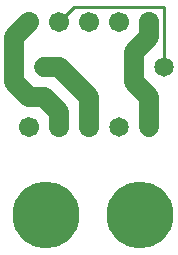
<source format=gtl>
%MOIN*%
%FSLAX25Y25*%
G04 D10 used for Character Trace; *
G04     Circle (OD=.01000) (No hole)*
G04 D11 used for Power Trace; *
G04     Circle (OD=.06500) (No hole)*
G04 D12 used for Signal Trace; *
G04     Circle (OD=.01100) (No hole)*
G04 D13 used for Via; *
G04     Circle (OD=.05800) (Round. Hole ID=.02800)*
G04 D14 used for Component hole; *
G04     Circle (OD=.06500) (Round. Hole ID=.03500)*
G04 D15 used for Component hole; *
G04     Circle (OD=.06700) (Round. Hole ID=.04300)*
G04 D16 used for Component hole; *
G04     Circle (OD=.08100) (Round. Hole ID=.05100)*
G04 D17 used for Component hole; *
G04     Circle (OD=.08900) (Round. Hole ID=.05900)*
G04 D18 used for Component hole; *
G04     Circle (OD=.11300) (Round. Hole ID=.08300)*
G04 D19 used for Component hole; *
G04     Circle (OD=.16000) (Round. Hole ID=.13000)*
G04 D20 used for Component hole; *
G04     Circle (OD=.18300) (Round. Hole ID=.15300)*
G04 D21 used for Component hole; *
G04     Circle (OD=.22291) (Round. Hole ID=.19291)*
%ADD10C,.01000*%
%ADD11C,.06500*%
%ADD12C,.01100*%
%ADD13C,.05800*%
%ADD14C,.06500*%
%ADD15C,.06700*%
%ADD16C,.08100*%
%ADD17C,.08900*%
%ADD18C,.11300*%
%ADD19C,.16000*%
%ADD20C,.18300*%
%ADD21C,.22291*%
%IPPOS*%
%LPD*%
G90*X0Y0D02*D21*X15625Y15625D03*D14*              
X40000Y45000D03*D15*X30000D03*D11*Y55000D01*      
X20000Y65000D01*X15000D01*D14*D03*D11*            
X5000Y60000D02*Y75000D01*X10000Y55000D02*         
X5000Y60000D01*X10000Y55000D02*X15000D01*         
X20000Y50000D01*Y45000D01*D15*D03*X10000D03*D11*  
X45000Y60000D02*Y70000D01*X50000Y55000D02*        
X45000Y60000D01*X50000Y45000D02*Y55000D01*D14*    
Y45000D03*X55000Y65000D03*D12*Y85000D01*X25000D01*
X20000Y80000D01*D15*D03*X30000D03*X10000D03*D11*  
X5000Y75000D01*D15*X40000Y80000D03*D11*           
X45000Y70000D02*X50000Y75000D01*Y80000D01*D15*D03*
D21*X46875Y15625D03*M02*                          

</source>
